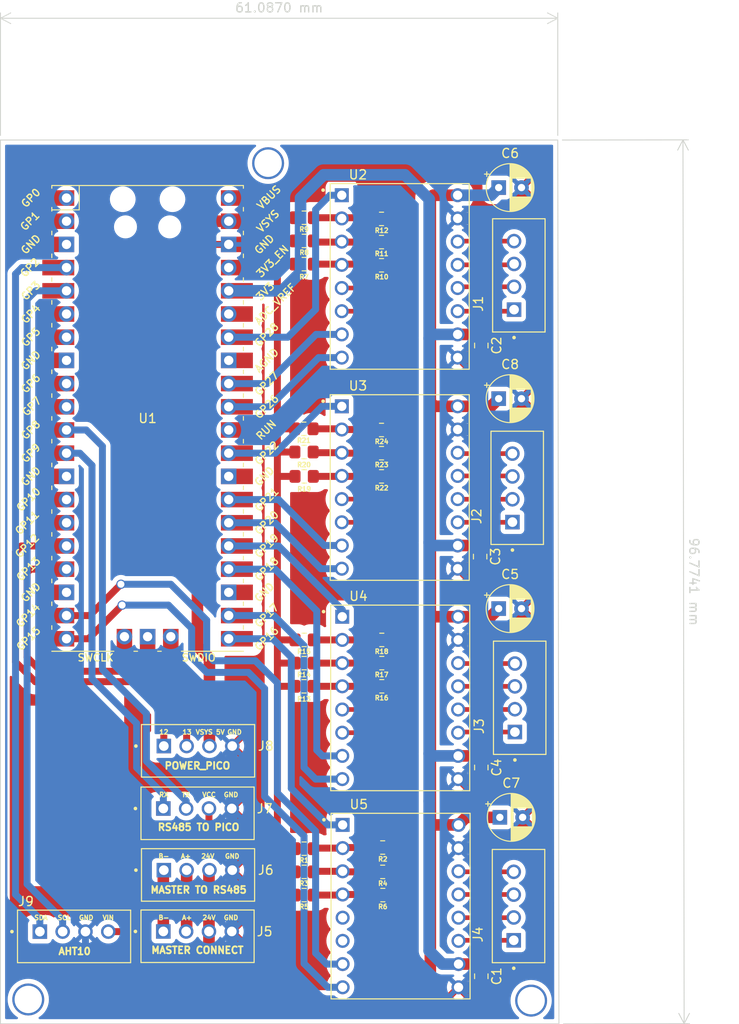
<source format=kicad_pcb>
(kicad_pcb (version 20211014) (generator pcbnew)
  (layers (0 "F.Cu" signal) (31 "B.Cu" signal) (34 "B.Paste" user) (35 "F.Paste" user) (36 "B.SilkS" user "B.Silkscreen") (37 "F.SilkS" user "F.Silkscreen") (38 "B.Mask" user) (39 "F.Mask" user) (44 "Edge.Cuts" user))
  (net 0 "")
  (net 4 "SDA")
  (net 5 "SCL")
  (net 14 "limit_ST")
  (net 15 "limit_P")
  (net 27 "3.3V")
  (net 28 "GND")
  (net 29 "5V")
  (net 30 "24V")
  (net 31 "Net-(U2-Pad5)")
  (net 32 "M1_D")
  (net 33 "M1_S")
  (net 34 "M1_E")
  (net 35 "Net-(J2-Pad1)")
  (net 36 "Net-(J2-Pad2)")
  (net 37 "Net-(J2-Pad3)")
  (net 38 "Net-(J2-Pad4)")
  (net 39 "M2_D")
  (net 40 "M2_S")
  (net 41 "M2_E")
  (net 42 "Net-(U3-Pad5)")
  (net 43 "Net-(J3-Pad1)")
  (net 44 "Net-(J3-Pad2)")
  (net 45 "Net-(J3-Pad3)")
  (net 46 "Net-(J3-Pad4)")
  (net 47 "M3_S")
  (net 48 "M3_E")
  (net 49 "Net-(U4-Pad5)")
  (net 50 "M3_D")
  (net 51 "Net-(J4-Pad1)")
  (net 52 "Net-(J4-Pad2)")
  (net 53 "Net-(J4-Pad3)")
  (net 54 "Net-(J4-Pad4)")
  (net 55 "M4_D")
  (net 56 "M4_S")
  (net 57 "M4_E")
  (net 58 "Net-(J1-Pad1)")
  (net 59 "Net-(J1-Pad2)")
  (net 60 "Net-(J1-Pad3)")
  (net 61 "Net-(J1-Pad4)")
  (net 62 "Net-(U5-Pad5)")
  (net 63 "B-")
  (net 64 "A+")
  (net 65 "RX")
  (net 66 "TX")
  (net 67 "MS1_4")
  (net 68 "MS2_4")
  (net 69 "MS3_4")
  (net 70 "MS3_1")
  (net 71 "MS2_1")
  (net 72 "MS1_1")
  (net 73 "MS3_3")
  (net 74 "MS2_3")
  (net 75 "MS1_3")
  (net 76 "MS3_2")
  (net 77 "MS2_2")
  (net 78 "MS1_2")
  (footprint "Resistor_SMD:R_0805_2012Metric_Pad1.20x1.40mm_HandSolder" (layer "F.Cu") (at 116.443 118.4275 180)
    (fp_text reference "R23")
    (fp_text value "R")
  )
  (footprint "4pin:JST_B4B-XH-A(LF)(SN)" (layer "F.Cu") (at 92.5295 157.336)
    (fp_text reference "J7")
    (fp_text value "B4B-XH-A(LF)(SN)")
  )
  (footprint "4pin:JST_B4B-XH-A(LF)(SN)" (layer "F.Cu") (at 130.9708 102.7076 90)
    (fp_text reference "J1")
    (fp_text value "B4B-XH-A(LF)(SN)")
  )
  (footprint "Resistor_SMD:R_0805_2012Metric_Pad1.20x1.40mm_HandSolder" (layer "F.Cu") (at 107.95 118.3005 180)
    (fp_text reference "R20")
    (fp_text value "R")
  )
  (footprint "Resistor_SMD:R_0805_2012Metric_Pad1.20x1.40mm_HandSolder" (layer "F.Cu") (at 107.966 166.8145 180)
    (fp_text reference "R5")
    (fp_text value "R")
  )
  (footprint "4pin:JST_B4B-XH-A(LF)(SN)" (layer "F.Cu") (at 130.793 125.974 90)
    (fp_text reference "J2")
    (fp_text value "B4B-XH-A(LF)(SN)")
  )
  (footprint "Resistor_SMD:R_0805_2012Metric_Pad1.20x1.40mm_HandSolder" (layer "F.Cu") (at 116.443 120.9675 180)
    (fp_text reference "R22")
    (fp_text value "R")
  )
  (footprint "Capacitor_SMD:C_0805_2012Metric_Pad1.18x1.45mm_HandSolder" (layer "F.Cu") (at 127.254 129.752 -90)
    (fp_text reference "C3")
    (fp_text value "C")
  )
  (footprint "Resistor_SMD:R_0805_2012Metric_Pad1.20x1.40mm_HandSolder" (layer "F.Cu") (at 116.475 141.4145 180)
    (fp_text reference "R17")
    (fp_text value "R")
  )
  (footprint "Resistor_SMD:R_0805_2012Metric_Pad1.20x1.40mm_HandSolder" (layer "F.Cu") (at 116.57 164.2745 180)
    (fp_text reference "R4")
    (fp_text value "R")
  )
  (footprint "A4988:MODULE_A4988_STEPPER_MOTOR_DRIVER_CARRIER" (layer "F.Cu") (at 118.4371 99.0727)
    (fp_text reference "U2")
    (fp_text value "A4988_STEPPER_MOTOR_DRIVER_CARRIER")
  )
  (footprint "Capacitor_THT:CP_Radial_D5.0mm_P2.50mm" (layer "F.Cu") (at 129.284349 135.4455)
    (fp_text reference "C5")
    (fp_text value "C")
  )
  (footprint "4pin:JST_B4B-XH-A(LF)(SN)" (layer "F.Cu") (at 92.583 164.084)
    (fp_text reference "J6")
    (fp_text value "B4B-XH-A(LF)(SN)")
  )
  (footprint "4pin:JST_B4B-XH-A(LF)(SN)" (layer "F.Cu") (at 92.583 150.495)
    (fp_text reference "J8")
    (fp_text value "B4B-XH-A(LF)(SN)")
  )
  (footprint "Resistor_SMD:R_0805_2012Metric_Pad1.20x1.40mm_HandSolder" (layer "F.Cu") (at 116.443 97.8535 180)
    (fp_text reference "R10")
    (fp_text value "R")
  )
  (footprint "4pin:JST_B4B-XH-A(LF)(SN)" (layer "F.Cu") (at 78.994 170.815)
    (fp_text reference "J9")
    (fp_text value "B4B-XH-A(LF)(SN)")
  )
  (footprint "A4988:MODULE_A4988_STEPPER_MOTOR_DRIVER_CARRIER" (layer "F.Cu") (at 118.533 168.0205)
    (fp_text reference "U5")
    (fp_text value "A4988_STEPPER_MOTOR_DRIVER_CARRIER")
  )
  (footprint "Capacitor_SMD:C_0805_2012Metric_Pad1.18x1.45mm_HandSolder" (layer "F.Cu") (at 127.381 106.638 -90)
    (fp_text reference "C2")
    (fp_text value "C")
  )
  (footprint "Resistor_SMD:R_0805_2012Metric_Pad1.20x1.40mm_HandSolder" (layer "F.Cu") (at 107.966 120.9675 180)
    (fp_text reference "R19")
    (fp_text value "R")
  )
  (footprint "Resistor_SMD:R_0805_2012Metric_Pad1.20x1.40mm_HandSolder" (layer "F.Cu") (at 107.966 138.8745 180)
    (fp_text reference "R15")
    (fp_text value "R")
  )
  (footprint "Resistor_SMD:R_0805_2012Metric_Pad1.20x1.40mm_HandSolder" (layer "F.Cu") (at 116.443 95.3135 180)
    (fp_text reference "R11")
    (fp_text value "R")
  )
  (footprint "A4988:MODULE_A4988_STEPPER_MOTOR_DRIVER_CARRIER" (layer "F.Cu") (at 118.4402 122.1867)
    (fp_text reference "U3")
    (fp_text value "A4988_STEPPER_MOTOR_DRIVER_CARRIER")
  )
  (footprint "Capacitor_THT:CP_Radial_D5.0mm_P2.50mm" (layer "F.Cu") (at 129.286 89.3445)
    (fp_text reference "C6")
    (fp_text value "C")
  )
  (footprint "4pin:JST_B4B-XH-A(LF)(SN)" (layer "F.Cu") (at 92.5295 170.798)
    (fp_text reference "J5")
    (fp_text value "B4B-XH-A(LF)(SN)")
  )
  (footprint "Capacitor_THT:CP_Radial_D5.0mm_P2.50mm" (layer "F.Cu") (at 129.411349 158.3055)
    (fp_text reference "C7")
    (fp_text value "C")
  )
  (footprint "Capacitor_SMD:C_0805_2012Metric_Pad1.18x1.45mm_HandSolder" (layer "F.Cu") (at 127.381 152.8445 -90)
    (fp_text reference "C4")
    (fp_text value "C")
  )
  (footprint "Capacitor_THT:CP_Radial_D5.0mm_P2.50mm" (layer "F.Cu") (at 129.284349 112.4585)
    (fp_text reference "C8")
    (fp_text value "C")
  )
  (footprint "Resistor_SMD:R_0805_2012Metric_Pad1.20x1.40mm_HandSolder" (layer "F.Cu") (at 107.934 115.7605 180)
    (fp_text reference "R21")
    (fp_text value "R")
  )
  (footprint "4pin:JST_B4B-XH-A(LF)(SN)" (layer "F.Cu") (at 131.064 148.961 90)
    (fp_text reference "J3")
    (fp_text value "B4B-XH-A(LF)(SN)")
  )
  (footprint "4pin:JST_B4B-XH-A(LF)(SN)" (layer "F.Cu") (at 130.937 171.7675 90)
    (fp_text reference "J4")
    (fp_text value "B4B-XH-A(LF)(SN)")
  )
  (footprint "Capacitor_SMD:C_0805_2012Metric_Pad1.18x1.45mm_HandSolder" (layer "F.Cu") (at 127.381 175.7045 -90)
    (fp_text reference "C1")
    (fp_text value "C")
  )
  (footprint "Resistor_SMD:R_0805_2012Metric_Pad1.20x1.40mm_HandSolder" (layer "F.Cu") (at 107.966 161.7345 180)
    (fp_text reference "R1")
    (fp_text value "R")
  )
  (footprint "Resistor_SMD:R_0805_2012Metric_Pad1.20x1.40mm_HandSolder" (layer "F.Cu") (at 116.475 143.9545 180)
    (fp_text reference "R16")
    (fp_text value "R")
  )
  (footprint "A4988:MODULE_A4988_STEPPER_MOTOR_DRIVER_CARRIER" (layer "F.Cu") (at 118.491 145.2245)
    (fp_text reference "U4")
    (fp_text value "A4988_STEPPER_MOTOR_DRIVER_CARRIER")
  )
  (footprint "Resistor_SMD:R_0805_2012Metric_Pad1.20x1.40mm_HandSolder" (layer "F.Cu") (at 116.57 161.6075 180)
    (fp_text reference "R2")
    (fp_text value "R")
  )
  (footprint "Resistor_SMD:R_0805_2012Metric_Pad1.20x1.40mm_HandSolder" (layer "F.Cu") (at 116.443 115.8875 180)
    (fp_text reference "R24")
    (fp_text value "R")
  )
  (footprint "Resistor_SMD:R_0805_2012Metric_Pad1.20x1.40mm_HandSolder" (layer "F.Cu") (at 116.475 138.8745 180)
    (fp_text reference "R18")
    (fp_text value "R")
  )
  (footprint "Resistor_SMD:R_0805_2012Metric_Pad1.20x1.40mm_HandSolder" (layer "F.Cu") (at 107.966 95.1865 180)
    (fp_text reference "R8")
    (fp_text value "R")
  )
  (footprint "Resistor_SMD:R_0805_2012Metric_Pad1.20x1.40mm_HandSolder" (layer "F.Cu") (at 107.966 92.6465 180)
    (fp_text reference "R9")
    (fp_text value "R")
  )
  (footprint "Resistor_SMD:R_0805_2012Metric_Pad1.20x1.40mm_HandSolder" (layer "F.Cu") (at 107.966 164.2745 180)
    (fp_text reference "R3")
    (fp_text value "R")
  )
  (footprint "Resistor_SMD:R_0805_2012Metric_Pad1.20x1.40mm_HandSolder" (layer "F.Cu") (at 107.966 97.7265 180)
    (fp_text reference "R7")
    (fp_text value "R")
  )
  (footprint "Resistor_SMD:R_0805_2012Metric_Pad1.20x1.40mm_HandSolder" (layer "F.Cu") (at 107.95 143.9545 180)
    (fp_text reference "R13")
    (fp_text value "R")
  )
  (footprint "Resistor_SMD:R_0805_2012Metric_Pad1.20x1.40mm_HandSolder" (layer "F.Cu") (at 116.443 92.7735 180)
    (fp_text reference "R12")
    (fp_text value "R")
  )
  (footprint "Resistor_SMD:R_0805_2012Metric_Pad1.20x1.40mm_HandSolder" (layer "F.Cu") (at 116.586 166.8145 180)
    (fp_text reference "R6")
    (fp_text value "R")
  )
  (footprint "RaspberryPi_pico:RPi_Pico_SMD_TH" (layer "F.Cu") (at 90.805 114.6175)
    (fp_text reference "U1")
    (fp_text value "Pico")
  )
  (footprint "Resistor_SMD:R_0805_2012Metric_Pad1.20x1.40mm_HandSolder" (layer "F.Cu") (at 107.966 141.4145 180)
    (fp_text reference "R14")
    (fp_text value "R")
  )
  (gr_line (start 74.676 84.1375) (end 74.676 180.9115) (layer "Edge.Cuts") (width 0.1))
  (gr_line (start 135.89 180.9115) (end 135.763 84.1375) (layer "Edge.Cuts") (width 0.1))
  (gr_line (start 74.676 180.9115) (end 135.89 180.9115) (layer "Edge.Cuts") (width 0.1))
  (gr_line (start 135.763 84.1375) (end 74.676 84.1375) (layer "Edge.Cuts") (width 0.1))
  (gr_text "SLAVE BORD CONTROLLER\n\n24 AUGUST 2022" (at 84.963 155.956 90) (layer "F.Cu") (effects (font (size 0.889 1.143) (thickness 0.1524))))
  (gr_text "EDGE LABELING" (at 79.883 155.956 90) (layer "F.Cu") (effects (font (size 1.524 1.524) (thickness 0.254))))
  (gr_text "AHT10" (at 82.804 172.974) (layer "F.SilkS") (effects (font (size 0.762 0.762) (thickness 0.1905))))
  (gr_text "B-" (at 92.583 169.291) (layer "F.SilkS") (effects (font (size 0.508 0.508) (thickness 0.127))))
  (gr_text "MASTER CONNECT" (at 96.266 172.847) (layer "F.SilkS") (effects (font (size 0.762 0.762) (thickness 0.1905))))
  (gr_text "GND\n" (at 100.33 148.971) (layer "F.SilkS") (effects (font (size 0.508 0.508) (thickness 0.127))))
  (gr_text "GND\n" (at 99.949 155.829) (layer "F.SilkS") (effects (font (size 0.508 0.508) (thickness 0.127))))
  (gr_text "VIN" (at 86.487 169.291) (layer "F.SilkS") (effects (font (size 0.508 0.508) (thickness 0.127))))
  (gr_text "12\n" (at 92.583 148.971) (layer "F.SilkS") (effects (font (size 0.508 0.508) (thickness 0.127))))
  (gr_text "MASTER TO RS485" (at 96.393 166.243) (layer "F.SilkS") (effects (font (size 0.762 0.762) (thickness 0.1905))))
  (gr_text "13" (at 95.123 148.971) (layer "F.SilkS") (effects (font (size 0.508 0.508) (thickness 0.127))))
  (gr_text "A+" (at 94.996 162.56) (layer "F.SilkS") (effects (font (size 0.508 0.508) (thickness 0.127))))
  (gr_text "24V" (at 97.409 162.56) (layer "F.SilkS") (effects (font (size 0.508 0.508) (thickness 0.127))))
  (gr_text "GND" (at 84.074 169.291) (layer "F.SilkS") (effects (font (size 0.508 0.508) (thickness 0.127))))
  (gr_text "VCC\n" (at 97.536 155.829) (layer "F.SilkS") (effects (font (size 0.508 0.508) (thickness 0.127))))
  (gr_text "RX\n" (at 92.583 155.829) (layer "F.SilkS") (effects (font (size 0.508 0.508) (thickness 0.127))))
  (gr_text "GND" (at 99.949 169.291) (layer "F.SilkS") (effects (font (size 0.508 0.508) (thickness 0.127))))
  (gr_text "VSYS 5V\n" (at 97.663 148.971) (layer "F.SilkS") (effects (font (size 0.508 0.508) (thickness 0.127))))
  (gr_text "SCL\n" (at 81.661 169.291) (layer "F.SilkS") (effects (font (size 0.508 0.508) (thickness 0.127))))
  (gr_text "TX\n" (at 94.996 155.829) (layer "F.SilkS") (effects (font (size 0.508 0.508) (thickness 0.127))))
  (gr_text "SDA\n" (at 79.121 169.291) (layer "F.SilkS") (effects (font (size 0.508 0.508) (thickness 0.127))))
  (gr_text "B-" (at 92.583 162.56) (layer "F.SilkS") (effects (font (size 0.508 0.508) (thickness 0.127))))
  (gr_text "POWER_PICO" (at 96.266 152.654) (layer "F.SilkS") (effects (font (size 0.762 0.762) (thickness 0.1905))))
  (gr_text "GND" (at 100.076 162.56) (layer "F.SilkS") (effects (font (size 0.508 0.508) (thickness 0.127))))
  (gr_text "A+" (at 95.123 169.291) (layer "F.SilkS") (effects (font (size 0.508 0.508) (thickness 0.127))))
  (gr_text "24V" (at 97.536 169.291) (layer "F.SilkS") (effects (font (size 0.508 0.508) (thickness 0.127))))
  (gr_text "RS485 TO PICO" (at 96.393 159.385) (layer "F.SilkS") (effects (font (size 0.762 0.762) (thickness 0.1905))))
  (dimension (type aligned) (layer "Edge.Cuts") (pts (xy 135.763 84.1375) (xy 135.89 180.9115)) (height -13.723154) (gr_text "3.8100 in" (at 150.699641 132.504982 270.0751913) (layer "Edge.Cuts") (effects (font (size 1 1) (thickness 0.15)))) (format (units 3) (units_format 1) (precision 4)) (style (thickness 0.1) (arrow_length 1.27) (text_position_mode 0) (extension_height 0.58642) (extension_offset 0.5) keep_text_aligned))
  (dimension (type aligned) (layer "Edge.Cuts") (pts (xy 135.763 84.1375) (xy 74.676 84.1375)) (height 13.334999) (gr_text "2.4050 in" (at 105.2195 69.652501) (layer "Edge.Cuts") (effects (font (size 1 1) (thickness 0.15)))) (format (units 3) (units_format 1) (precision 4)) (style (thickness 0.1) (arrow_length 1.27) (text_position_mode 0) (extension_height 0.58642) (extension_offset 0.5) keep_text_aligned))
  (via (at 77.724 178.2445) (size 3.500001) (drill 2.999999) (layers "F.Cu" "B.Cu") (net 0))
  (via (at 104.013 86.6775) (size 3.500001) (drill 2.999999) (layers "F.Cu" "B.Cu") (net 0))
  (via (at 132.842 178.3715) (size 3.500001) (drill 2.999999) (layers "F.Cu" "B.Cu") (net 0))
  (segment (start 78.994 169.418) (end 78.994 170.815) (width 0.762) (layer "B.Cu") (net 4))
  (segment (start 76.327 98.806) (end 76.327 166.751) (width 0.762) (layer "B.Cu") (net 4))
  (segment (start 77.0255 98.1075) (end 76.327 98.806) (width 0.762) (layer "B.Cu") (net 4))
  (segment (start 76.327 166.751) (end 78.994 169.418) (width 0.762) (layer "B.Cu") (net 4))
  (segment (start 81.915 98.1075) (end 77.0255 98.1075) (width 0.762) (layer "B.Cu") (net 4))
  (segment (start 78.5495 100.6475) (end 81.915 100.6475) (width 0.762) (layer "B.Cu") (net 5))
  (segment (start 77.597 101.6) (end 78.5495 100.6475) (width 0.762) (layer "B.Cu") (net 5))
  (segment (start 81.494 170.815) (end 81.494 169.505) (width 0.762) (layer "B.Cu") (net 5))
  (segment (start 81.494 169.505) (end 77.597 165.608) (width 0.762) (layer "B.Cu") (net 5))
  (segment (start 77.597 165.608) (end 77.597 101.6) (width 0.762) (layer "B.Cu") (net 5))
  (segment (start 76.327 141.2875) (end 76.327 129.2225) (width 0.762) (layer "F.Cu") (net 14))
  (segment (start 92.583 146.431) (end 92.583 150.495) (width 0.762) (layer "F.Cu") (net 14))
  (segment (start 89.5985 143.4465) (end 78.486 143.4465) (width 0.762) (layer "F.Cu") (net 14))
  (segment (start 92.583 146.431) (end 89.5985 143.4465) (width 0.762) (layer "F.Cu") (net 14))
  (segment (start 78.486 143.4465) (end 76.327 141.2875) (width 0.762) (layer "F.Cu") (net 14))
  (segment (start 76.327 129.2225) (end 76.962 128.5875) (width 0.762) (layer "F.Cu") (net 14))
  (segment (start 76.962 128.5875) (end 81.915 128.5875) (width 0.762) (layer "F.Cu") (net 14))
  (segment (start 77.597 131.5085) (end 77.978 131.1275) (width 0.762) (layer "F.Cu") (net 15))
  (segment (start 92.0115 142.3035) (end 79.121 142.3035) (width 0.762) (layer "F.Cu") (net 15))
  (segment (start 95.083 145.375) (end 92.0115 142.3035) (width 0.762) (layer "F.Cu") (net 15))
  (segment (start 79.121 142.3035) (end 77.597 140.7795) (width 0.762) (layer "F.Cu") (net 15))
  (segment (start 95.083 145.375) (end 95.083 150.495) (width 0.762) (layer "F.Cu") (net 15))
  (segment (start 77.978 131.1275) (end 81.915 131.1275) (width 0.762) (layer "F.Cu") (net 15))
  (segment (start 77.597 140.7795) (end 77.597 131.5085) (width 0.762) (layer "F.Cu") (net 15))
  (segment (start 124.7902 128.5367) (end 127.0762 128.5367) (width 1.27) (layer "F.Cu") (net 27))
  (segment (start 105.029 121.0945) (end 105.029 118.5545) (width 0.762) (layer "F.Cu") (net 27))
  (segment (start 105.029 164.2745) (end 106.966 164.2745) (width 0.762) (layer "F.Cu") (net 27))
  (segment (start 105.283 143.9545) (end 105.029 144.2085) (width 0.762) (layer "F.Cu") (net 27))
  (segment (start 106.966 138.8745) (end 105.283 138.8745) (width 0.762) (layer "F.Cu") (net 27))
  (segment (start 105.029 164.2745) (end 105.029 163.3855) (width 0.762) (layer "F.Cu") (net 27))
  (segment (start 106.966 141.4145) (end 105.029 141.4145) (width 0.762) (layer "F.Cu") (net 27))
  (segment (start 105.029 141.4145) (end 105.029 139.1285) (width 0.762) (layer "F.Cu") (net 27))
  (segment (start 105.029 100.5205) (end 104.902 100.6475) (width 0.762) (layer "F.Cu") (net 27))
  (segment (start 106.934 115.7605) (end 105.029 115.7605) (width 0.762) (layer "F.Cu") (net 27))
  (segment (start 105.029 160.401) (end 105.029 144.2085) (width 0.762) (layer "F.Cu") (net 27))
  (segment (start 106.966 95.1865) (end 105.156 95.1865) (width 0.762) (layer "F.Cu") (net 27))
  (segment (start 97.5295 157.336) (end 97.5295 160.1405) (width 0.762) (layer "F.Cu") (net 27))
  (segment (start 104.902 160.528) (end 105.029 160.401) (width 0.762) (layer "F.Cu") (net 27))
  (segment (start 127.1485 151.5745) (end 127.381 151.807) (width 1.27) (layer "F.Cu") (net 27))
  (segment (start 105.029 95.0595) (end 105.029 92.5195) (width 0.762) (layer "F.Cu") (net 27))
  (segment (start 104.902 100.6475) (end 99.695 100.6475) (width 0.762) (layer "F.Cu") (net 27))
  (segment (start 105.283 138.8745) (end 105.029 139.1285) (width 0.762) (layer "F.Cu") (net 27))
  (segment (start 105.029 161.7345) (end 106.966 161.7345) (width 0.762) (layer "F.Cu") (net 27))
  (segment (start 105.156 120.9675) (end 105.029 121.0945) (width 0.762) (layer "F.Cu") (net 27))
  (segment (start 105.029 163.3855) (end 105.029 162.8775) (width 0.762) (layer "F.Cu") (net 27))
  (segment (start 89.916 162.052) (end 91.44 160.528) (width 0.762) (layer "F.Cu") (net 27))
  (segment (start 124.841 151.5745) (end 127.1485 151.5745) (width 1.27) (layer "F.Cu") (net 27))
  (segment (start 102.87 160.528) (end 97.917 160.528) (width 0.762) (layer "F.Cu") (net 27))
  (segment (start 91.44 160.528) (end 97.917 160.528) (width 0.762) (layer "F.Cu") (net 27))
  (segment (start 124.883 174.3705) (end 127.0845 174.3705) (width 1.27) (layer "F.Cu") (net 27))
  (segment (start 105.029 166.8145) (end 105.029 164.2745) (width 0.762) (layer "F.Cu") (net 27))
  (segment (start 105.029 118.5545) (end 105.029 115.7605) (width 0.762) (layer "F.Cu") (net 27))
  (segment (start 105.029 144.2085) (end 105.029 141.4145) (width 0.762) (layer "F.Cu") (net 27))
  (segment (start 127.0845 174.3705) (end 127.381 174.667) (width 1.27) (layer "F.Cu") (net 27))
  (segment (start 103.8225 160.528) (end 102.87 160.528) (width 0.762) (layer "F.Cu") (net 27))
  (segment (start 105.283 118.3005) (end 105.029 118.5545) (width 0.762) (layer "F.Cu") (net 27))
  (segment (start 102.87 160.528) (end 104.902 160.528) (width 0.762) (layer "F.Cu") (net 27))
  (segment (start 86.494 170.815) (end 88.773 170.815) (width 0.762) (layer "F.Cu") (net 27))
  (segment (start 106.966 97.7265) (end 105.029 97.7265) (width 0.762) (layer "F.Cu") (net 27))
  (segment (start 127.2032 105.4227) (end 127.381 105.6005) (width 1.27) (layer "F.Cu") (net 27))
  (segment (start 106.95 118.3005) (end 105.283 118.3005) (width 0.762) (layer "F.Cu") (net 27))
  (segment (start 106.839 92.5195) (end 105.029 92.5195) (width 0.762) (layer "F.Cu") (net 27))
  (segment (start 105.029 162.8775) (end 105.029 161.7345) (width 0.762) (layer "F.Cu") (net 27))
  (segment (start 105.029 100.5205) (end 105.029 97.7265) (width 0.762) (layer "F.Cu") (net 27))
  (segment (start 106.966 92.6465) (end 106.839 92.5195) (width 0.762) (layer "F.Cu") (net 27))
  (segment (start 105.029 115.7605) (end 105.029 100.5205) (width 0.762) (layer "F.Cu") (net 27))
  (segment (start 88.773 170.815) (end 89.916 169.672) (width 0.762) (layer "F.Cu") (net 27))
  (segment (start 124.7871 105.4227) (end 127.2032 105.4227) (width 1.27) (layer "F.Cu") (net 27))
  (segment (start 105.029 161.7345) (end 105.029 160.401) (width 0.762) (layer "F.Cu") (net 27))
  (segment (start 127.0762 128.5367) (end 127.254 128.7145) (width 1.27) (layer "F.Cu") (net 27))
  (segment (start 106.966 166.8145) (end 105.029 166.8145) (width 0.762) (layer "F.Cu") (net 27))
  (segment (start 105.156 95.1865) (end 105.029 95.0595) (width 0.762) (layer "F.Cu") (net 27))
  (segment (start 106.966 120.9675) (end 105.156 120.9675) (width 0.762) (layer "F.Cu") (net 27))
  (segment (start 89.916 169.672) (end 89.916 162.052) (width 0.762) (layer "F.Cu") (net 27))
  (segment (start 106.95 143.9545) (end 105.283 143.9545) (width 0.762) (layer "F.Cu") (net 27))
  (segment (start 105.029 139.1285) (end 105.029 121.0945) (width 0.762) (layer "F.Cu") (net 27))
  (segment (start 105.029 97.7265) (end 105.029 95.0595) (width 0.762) (layer "F.Cu") (net 27))
  (segment (start 121.666 90.6145) (end 118.999 87.9475) (width 1.27) (layer "B.Cu") (net 27))
  (segment (start 121.666 151.3205) (end 121.666 128.2065) (width 1.27) (layer "B.Cu") (net 27))
  (segment (start 121.666 105.8545) (end 121.666 90.6145) (width 1.27) (layer "B.Cu") (net 27))
  (segment (start 124.7871 105.4227) (end 122.0978 105.4227) (width 1.27) (layer "B.Cu") (net 27))
  (segment (start 124.7902 128.5367) (end 121.9962 128.5367) (width 1.27) (layer "B.Cu") (net 27))
  (segment (start 123.126 174.3705) (end 124.883 174.3705) (width 1.27) (layer "B.Cu") (net 27))
  (segment (start 121.666 156.5275) (end 121.666 172.9105) (width 1.27) (layer "B.Cu") (net 27))
  (segment (start 107.569 98.6155) (end 105.537 100.6475) (width 1.27) (layer "B.Cu") (net 27))
  (segment (start 121.92 151.5745) (end 121.666 151.3205) (width 1.27) (layer "B.Cu") (net 27))
  (segment (start 122.0978 105.4227) (end 121.666 105.8545) (width 1.27) (layer "B.Cu") (net 27))
  (segment (start 121.666 156.5275) (end 121.666 151.3205) (width 1.27) (layer "B.Cu") (net 27))
  (segment (start 107.569 90.4875) (end 107.569 98.6155) (width 1.27) (layer "B.Cu") (net 27))
  (segment (start 121.666 172.9105) (end 123.126 174.3705) (width 1.27) (layer "B.Cu") (net 27))
  (segment (start 124.841 151.5745) (end 121.92 151.5745) (width 1.27) (layer "B.Cu") (net 27))
  (segment (start 121.666 128.2065) (end 121.666 105.8545) (width 1.27) (layer "B.Cu") (net 27))
  (segment (start 110.109 87.9475) (end 107.569 90.4875) (width 1.27) (layer "B.Cu") (net 27))
  (segment (start 105.537 100.6475) (end 99.695 100.6475) (width 1.27) (layer "B.Cu") (net 27))
  (segment (start 118.999 87.9475) (end 110.109 87.9475) (width 1.27) (layer "B.Cu") (net 27))
  (segment (start 121.9962 128.5367) (end 121.666 128.2065) (width 1.27) (layer "B.Cu") (net 27))
  (segment (start 117.443 97.8535) (end 119.253 97.8535) (width 0.762) (layer "F.Cu") (net 28))
  (segment (start 119.507 118.1735) (end 119.507 115.7605) (width 0.762) (layer "F.Cu") (net 28))
  (segment (start 117.443 118.4275) (end 119.253 118.4275) (width 0.762) (layer "F.Cu") (net 28))
  (segment (start 131.786 91.5435) (end 131.786 89.3445) (width 1.27) (layer "F.Cu") (net 28))
  (segment (start 127.2125 176.9105) (end 127.381 176.742) (width 0.508) (layer "F.Cu") (net 28))
  (segment (start 119.507 164.2745) (end 119.507 166.8145) (width 0.762) (layer "F.Cu") (net 28))
  (segment (start 124.7902 115.8367) (end 130.3528 115.8367) (width 1.27) (layer "F.Cu") (net 28))
  (segment (start 124.841 154.1145) (end 127.1485 154.1145) (width 1.27) (layer "F.Cu") (net 28))
  (segment (start 117.443 120.9675) (end 119.38 120.9675) (width 0.762) (layer "F.Cu") (net 28))
  (segment (start 117.475 141.4145) (end 119.507 141.4145) (width 0.762) (layer "F.Cu") (net 28))
  (segment (start 103.632 91.2495) (end 103.632 94.6785) (width 0.762) (layer "F.Cu") (net 28))
  (segment (start 130.62 161.6705) (end 131.911349 160.379151) (width 1.27) (layer "F.Cu") (net 28))
  (segment (start 131.911349 160.379151) (end 131.911349 158.3055) (width 1.27) (layer "F.Cu") (net 28))
  (segment (start 119.507 88.3285) (end 106.553 88.3285) (width 0.762) (layer "F.Cu") (net 28))
  (segment (start 130.302 138.8745) (end 131.784349 137.392151) (width 1.27) (layer "F.Cu") (net 28))
  (segment (start 124.7902 131.0767) (end 126.9668 131.0767) (width 1.27) (layer "F.Cu") (net 28))
  (segment (start 131.784349 137.392151) (end 131.784349 135.4455) (width 1.27) (layer "F.Cu") (net 28))
  (segment (start 119.507 161.6075) (end 119.507 141.4145) (width 0.762) (layer "F.Cu") (net 28))
  (segment (start 124.883 161.6705) (end 130.62 161.6705) (width 1.27) (layer "F.Cu") (net 28))
  (segment (start 127.0938 107.9627) (end 127.381 107.6755) (width 1.27) (layer "F.Cu") (net 28))
  (segment (start 119.507 161.6075) (end 119.507 164.2745) (width 0.762) (layer "F.Cu") (net 28))
  (segment (start 99.695 95.5675) (end 102.743 95.5675) (width 0.762) (layer "F.Cu") (net 28))
  (segment (start 119.507 88.3285) (end 126.238 88.3285) (width 0.762) (layer "F.Cu") (net 28))
  (segment (start 117.443 95.3135) (end 119.507 95.3135) (width 0.762) (layer "F.Cu") (net 28))
  (segment (start 119.507 115.7605) (end 119.507 97.5995) (width 0.762) (layer "F.Cu") (net 28))
  (segment (start 106.553 88.3285) (end 103.632 91.2495) (width 0.762) (layer "F.Cu") (net 28))
  (segment (start 119.253 97.8535) (end 119.507 97.5995) (width 0.762) (layer "F.Cu") (net 28))
  (segment (start 117.475 138.8745) (end 119.507 138.8745) (width 0.762) (layer "F.Cu") (net 28))
  (segment (start 119.507 138.8745) (end 119.507 121.0945) (width 0.762) (layer "F.Cu") (net 28))
  (segment (start 102.743 95.5675) (end 103.632 94.6785) (width 0.762) (layer "F.Cu") (net 28))
  (segment (start 126.7968 92.7227) (end 130.6068 92.7227) (width 1.27) (layer "F.Cu") (net 28))
  (segment (start 119.507 121.0945) (end 119.507 118.1735) (width 0.762) (layer "F.Cu") (net 28))
  (segment (start 119.507 92.7735) (end 119.507 88.3285) (width 0.762) (layer "F.Cu") (net 28))
  (segment (start 124.883012 176.910492) (end 127.212496 176.910492) (width 1.27) (layer "F.Cu") (net 28))
  (segment (start 119.507 97.5995) (end 119.507 95.3135) (width 0.762) (layer "F.Cu") (net 28))
  (segment (start 124.841 138.8745) (end 130.302 138.8745) (width 1.27) (layer "F.Cu") (net 28))
  (segment (start 119.38 120.9675) (end 119.507 121.0945) (width 0.762) (layer "F.Cu") (net 28))
  (segment (start 119.253 118.4275) (end 119.507 118.1735) (width 0.762) (layer "F.Cu") (net 28))
  (segment (start 127.127 92.3925) (end 126.7968 92.7227) (width 0.762) (layer "F.Cu") (net 28))
  (segment (start 117.57 164.2745) (end 119.507 164.2745) (width 0.762) (layer "F.Cu") (net 28))
  (segment (start 119.507 166.8145) (end 117.586 166.8145) (width 0.762) (layer "F.Cu") (net 28))
  (segment (start 117.57 161.6075) (end 119.507 161.6075) (width 0.762) (layer "F.Cu") (net 28))
  (segment (start 130.6068 92.7227) (end 131.786 91.5435) (width 1.27) (layer "F.Cu") (net 28))
  (segment (start 124.7871 107.9627) (end 127.0938 107.9627) (width 1.27) (layer "F.Cu") (net 28))
  (segment (start 119.38 115.8875) (end 119.507 115.7605) (width 0.762) (layer "F.Cu") (net 28))
  (segment (start 119.507 95.3135) (end 119.507 92.7735) (width 0.762) (layer "F.Cu") (net 28))
  (segment (start 126.238 88.3285) (end 127.127 89.2175) (width 0.762) (layer "F.Cu") (net 28))
  (segment (start 117.443 115.8875) (end 119.38 115.8875) (width 0.762) (layer "F.Cu") (net 28))
  (segment (start 127.127 89.2175) (end 127.127 92.3925) (width 0.762) (layer "F.Cu") (net 28))
  (segment (start 127.1485 154.1145) (end 127.381 153.882) (width 1.27) (layer "F.Cu") (net 28))
  (segment (start 124.7871 92.7227) (end 126.7968 92.7227) (width 1.27) (layer "F.Cu") (net 28))
  (segment (start 131.784349 114.405151) (end 131.784349 112.4585) (width 1.27) (layer "F.Cu") (net 28))
  (segment (start 130.3528 115.8367) (end 131.784349 114.405151) (width 1.27) (layer "F.Cu") (net 28))
  (segment (start 119.507 92.7735) (end 117.443 92.7735) (width 0.762) (layer "F.Cu") (net 28))
  (segment (start 119.507 141.4145) (end 119.507 138.8745) (width 0.762) (layer "F.Cu") (net 28))
  (segment (start 125.0515 176.742) (end 124.883 176.9105) (width 0.508) (layer "F.Cu") (net 28))
  (segment (start 124.7902 115.8367) (end 127.4318 115.8367) (width 1.27) (layer "B.Cu") (net 28))
  (segment (start 127.3302 92.7227) (end 127.381 92.7735) (width 1.27) (layer "B.Cu") (net 28))
  (segment (start 84.5015 172.8935) (end 100.0295 172.8935) (width 0.762) (layer "B.Cu") (net 28))
  (segment (start 127.508 115.7605) (end 127.508 130.7465) (width 1.27) (layer "B.Cu") (net 28))
  (segment (start 124.841 154.1145) (end 127.381 154.1145) (width 1.27) (layer "B.Cu") (net 28))
  (segment (start 127.4318 115.8367) (end 127.508 115.7605) (width 1.27) (layer "B.Cu") (net 28))
  (segment (start 127.381 154.1145) (end 127.508 154.2415) (width 1.27) (layer "B.Cu") (net 28))
  (segment (start 83.994 172.386) (end 84.5015 172.8935) (width 0.762) (layer "B.Cu") (net 28))
  (segment (start 124.883 176.9105) (end 127.064 176.9105) (width 1.27) (layer "B.Cu") (net 28))
  (segment (start 124.7871 107.9627) (end 127.0508 107.9627) (width 1.27) (layer "B.Cu") (net 28))
  (segment (start 127.127 138.8745) (end 127.508 139.2555) (width 1.27) (layer "B.Cu") (net 28))
  (segment (start 127.508 130.7465) (end 127.508 139.2555) (width 1.27) (layer "B.Cu") (net 28))
  (segment (start 127.508 176.4665) (end 127.508 175.0695) (width 1.27) (layer "B.Cu") (net 28))
  (segment (start 124.883 161.6705) (end 127.191 161.6705) (width 1.27) (layer "B.Cu") (net 28))
  (segment (start 127.508 161.3535) (end 127.508 175.0695) (width 1.27) (layer "B.Cu") (net 28))
  (segment (start 124.7902 131.0767) (end 127.1778 131.0767) (width 1.27) (layer "B.Cu") (net 28))
  (segment (start 127.1778 131.0767) (end 127.508 130.7465) (width 1.27) (layer "B.Cu") (net 28))
  (segment (start 100.0295 170.798) (end 100.0295 150.5485) (width 1.27) (layer "B.Cu") (net 28))
  (segment (start 100.0295 170.798) (end 100.0295 172.8935) (width 1.27) (layer "B.Cu") (net 28))
  (segment (start 127.508 154.2415) (end 127.508 161.3535) (width 1.27) (layer "B.Cu") (net 28))
  (segment (start 127.508 139.2555) (end 127.508 154.2415) (width 1.27) (layer "B.Cu") (net 28))
  (segment (start 100.0295 164.1375) (end 100.083 164.084) (width 1.27) (layer "B.Cu") (net 28))
  (segment (start 126.619 179.0065) (end 127.508 178.1175) (width 1.27) (layer "B.Cu") (net 28))
  (segment (start 100.0295 172.8935) (end 100.0295 176.7375) (width 1.27) (layer "B.Cu") (net 28))
  (segment (start 127.0508 107.9627) (end 127.508 107.5055) (width 1.27) (layer "B.Cu") (net 28))
  (segment (start 127.191 161.6705) (end 127.508 161.3535) (width 1.27) (layer "B.Cu") (net 28))
  (segment (start 127.508 107.5055) (end 127.508 115.7605) (width 1.27) (layer "B.Cu") (net 28))
  (segment (start 127.064 176.9105) (end 127.508 176.4665) (width 1.27) (layer "B.Cu") (net 28))
  (segment (start 102.2985 179.0065) (end 126.619 179.0065) (width 1.27) (layer "B.Cu") (net 28))
  (segment (start 127.508 178.1175) (end 127.508 176.4665) (width 1.27) (layer "B.Cu") (net 28))
  (segment (start 127.3302 92.7227) (end 124.7871 92.7227) (width 1.27) (layer "B.Cu") (net 28))
  (segment (start 100.0295 150.5485) (end 100.083 150.495) (width 1.27) (layer "B.Cu") (net 28))
  (segment (start 83.994 170.815) (end 83.994 172.386) (width 0.762) (layer "B.Cu") (net 28))
  (segment (start 100.0295 164.0305) (end 100.083 164.084) (width 1.27) (layer "B.Cu") (net 28))
  (segment (start 127.508 92.9005) (end 127.3302 92.7227) (width 1.27) (layer "B.Cu") (net 28))
  (segment (start 100.0295 176.7375) (end 102.2985 179.0065) (width 1.27) (layer "B.Cu") (net 28))
  (segment (start 127.508 92.9005) (end 127.508 107.5055) (width 1.27) (layer "B.Cu") (net 28))
  (segment (start 124.841 138.8745) (end 127.127 138.8745) (width 1.27) (layer "B.Cu") (net 28))
  (segment (start 97.583 150.495) (end 97.583 140.89) (width 1.27) (layer "F.Cu") (net 29))
  (segment (start 96.266 94.5515) (end 96.266 139.573) (width 1.27) (layer "F.Cu") (net 29))
  (segment (start 97.583 140.89) (end 96.266 139.573) (width 1.27) (layer "F.Cu") (net 29))
  (segment (start 99.695 93.0275) (end 97.79 93.0275) (width 1.27) (layer "F.Cu") (net 29))
  (segment (start 97.79 93.0275) (end 96.266 94.5515) (width 1.27) (layer "F.Cu") (net 29))
  (segment (start 125.708 158.3055) (end 124.883 159.1305) (width 1.27) (layer "F.Cu") (net 30))
  (segment (start 121.793 112.8395) (end 121.793 90.4875) (width 1.27) (layer "F.Cu") (net 30))
  (segment (start 121.793 157.6705) (end 121.793 159.3215) (width 1.27) (layer "F.Cu") (net 30))
  (segment (start 124.7871 90.1827) (end 122.0978 90.1827) (width 1.27) (layer "F.Cu") (net 30))
  (segment (start 124.841 136.3345) (end 128.395349 136.3345) (width 1.27) (layer "F.Cu") (net 30))
  (segment (start 121.793 157.6705) (end 121.793 136.3345) (width 1.27) (layer "F.Cu") (net 30))
  (segment (start 122.2502 113.2967) (end 121.793 112.8395) (width 1.27) (layer "F.Cu") (net 30))
  (segment (start 121.984 159.1305) (end 124.883 159.1305) (width 1.27) (layer "F.Cu") (net 30))
  (segment (start 97.5295 177.2855) (end 97.5295 170.798) (width 1.27) (layer "F.Cu") (net 30))
  (segment (start 122.0978 90.1827) (end 121.793 90.4875) (width 1.27) (layer "F.Cu") (net 30))
  (segment (start 121.793 159.3215) (end 121.984 159.1305) (width 1.27) (layer "F.Cu") (net 30))
  (segment (start 121.793 136.3345) (end 121.793 112.8395) (width 1.27) (layer "F.Cu") (net 30))
  (segment (start 128.395349 136.3345) (end 129.284349 135.4455) (width 1.27) (layer "F.Cu") (net 30))
  (segment (start 120.777 178.8795) (end 121.793 177.8635) (width 1.27) (layer "F.Cu") (net 30))
  (segment (start 97.5295 170.798) (end 97.5295 164.1375) (width 1.27) (layer "F.Cu") (net 30))
  (segment (start 124.7902 113.2967) (end 122.2502 113.2967) (width 1.27) (layer "F.Cu") (net 30))
  (segment (start 97.5295 164.1375) (end 97.583 164.084) (width 1.27) (layer "F.Cu") (net 30))
  (segment (start 99.1235 178.8795) (end 97.5295 177.2855) (width 1.27) (layer "F.Cu") (net 30))
  (segment (start 121.793 177.8635) (end 121.793 159.3215) (width 1.27) (layer "F.Cu") (net 30))
  (segment (start 124.7902 113.2967) (end 128.446149 113.2967) (width 1.27) (layer "F.Cu") (net 30))
  (segment (start 128.446149 113.2967) (end 129.284349 112.4585) (width 1.27) (layer "F.Cu") (net 30))
  (segment (start 124.841 136.3345) (end 121.793 136.3345) (width 1.27) (layer "F.Cu") (net 30))
  (segment (start 99.1235 178.8795) (end 120.777 178.8795) (width 1.27) (layer "F.Cu") (net 30))
  (segment (start 129.411349 158.3055) (end 125.708 158.3055) (width 1.27) (layer "F.Cu") (net 30))
  (segment (start 128.4478 90.1827) (end 129.286 89.3445) (width 1.27) (layer "B.Cu") (net 30))
  (segment (start 124.7871 90.1827) (end 128.4478 90.1827) (width 1.27) (layer "B.Cu") (net 30))
  (segment (start 113.5634 100.3427) (end 112.0871 100.3427) (width 0.508) (layer "F.Cu") (net 31))
  (segment (start 113.8174 102.6795) (end 113.8174 100.5967) (width 0.508) (layer "F.Cu") (net 31))
  (segment (start 113.8174 100.5967) (end 113.5634 100.3427) (width 0.508) (layer "F.Cu") (net 31))
  (segment (start 112.0871 102.8827) (end 113.6142 102.8827) (width 0.508) (layer "F.Cu") (net 31))
  (segment (start 113.6142 102.8827) (end 113.8174 102.6795) (width 0.508) (layer "F.Cu") (net 31))
  (segment (start 99.695 113.3475) (end 104.1654 113.3475) (width 0.762) (layer "B.Cu") (net 32))
  (segment (start 109.5502 107.9627) (end 112.0871 107.9627) (width 0.762) (layer "B.Cu") (net 32))
  (segment (start 104.1654 113.3475) (end 109.5502 107.9627) (width 0.762) (layer "B.Cu") (net 32))
  (segment (start 99.695 110.8075) (end 103.886 110.8075) (width 0.762) (layer "B.Cu") (net 33))
  (segment (start 109.2708 105.4227) (end 112.0871 105.4227) (width 0.762) (layer "B.Cu") (net 33))
  (segment (start 103.886 110.8075) (end 109.2708 105.4227) (width 0.762) (layer "B.Cu") (net 33))
  (segment (start 106.172 105.7275) (end 99.695 105.7275) (width 0.762) (layer "B.Cu") (net 34))
  (segment (start 110.7948 90.1827) (end 109.22 91.7575) (width 0.762) (layer "B.Cu") (net 34))
  (segment (start 112.0871 90.1827) (end 110.7948 90.1827) (width 0.762) (layer "B.Cu") (net 34))
  (segment (start 109.22 91.7575) (end 109.22 102.6795) (width 0.762) (layer "B.Cu") (net 34))
  (segment (start 109.22 102.6795) (end 106.172 105.7275) (width 0.762) (layer "B.Cu") (net 34))
  (segment (start 130.7703 125.9967) (end 130.793 125.974) (width 0.508) (layer "F.Cu") (net 35))
  (segment (start 124.7902 125.9967) (end 130.7703 125.9967) (width 0.508) (layer "F.Cu") (net 35))
  (segment (start 130.793 123.474) (end 124.8075 123.474) (width 0.508) (layer "F.Cu") (net 36))
  (segment (start 124.8075 123.474) (end 124.7902 123.4567) (width 0.508) (layer "F.Cu") (net 36))
  (segment (start 124.7902 120.9167) (end 130.7357 120.9167) (width 0.508) (layer "F.Cu") (net 37))
  (segment (start 130.7357 120.9167) (end 130.793 120.974) (width 0.508) (layer "F.Cu") (net 37))
  (segment (start 124.8875 118.474) (end 124.7902 118.3767) (width 0.508) (layer "F.Cu") (net 38))
  (segment (start 130.793 118.474) (end 124.8875 118.474) (width 0.508) (layer "F.Cu") (net 38))
  (segment (start 109.8042 131.0767) (end 112.0902 131.0767) (width 0.762) (layer "B.Cu") (net 39))
  (segment (start 99.695 126.0475) (end 104.775 126.0475) (width 0.762) (layer "B.Cu") (net 39))
  (segment (start 104.775 126.0475) (end 109.8042 131.0767) (width 0.762) (layer "B.Cu") (net 39))
  (segment (start 112.0902 128.5367) (end 110.1852 128.5367) (width 0.762) (layer "B.Cu") (net 40))
  (segment (start 105.156 123.5075) (end 99.695 123.5075) (width 0.762) (layer "B.Cu") (net 40))
  (segment (start 110.1852 128.5367) (end 105.156 123.5075) (width 0.762) (layer "B.Cu") (net 40))
  (segment (start 99.695 118.4275) (end 104.8004 118.4275) (width 0.762) (layer "B.Cu") (net 41))
  (segment (start 109.9312 113.2967) (end 112.0902 113.2967) (width 0.762) (layer "B.Cu") (net 41))
  (segment (start 104.8004 118.4275) (end 109.9312 113.2967) (width 0.762) (layer "B.Cu") (net 41))
  (segment (start 113.8428 125.9967) (end 114.046 125.7935) (width 0.508) (layer "F.Cu") (net 42))
  (segment (start 113.8428 123.4567) (end 112.0902 123.4567) (width 0.508) (layer "F.Cu") (net 42))
  (segment (start 114.046 123.6599) (end 113.8428 123.4567) (width 0.508) (layer "F.Cu") (net 42))
  (segment (start 114.046 125.7935) (end 114.046 123.6599) (width 0.508) (layer "F.Cu") (net 42))
  (segment (start 112.0902 125.9967) (end 113.8428 125.9967) (width 0.508) (layer "F.Cu") (net 42))
  (segment (start 124.9145 148.961) (end 124.841 149.0345) (width 0.508) (layer "F.Cu") (net 43))
  (segment (start 131.064 148.961) (end 124.9145 148.961) (width 0.508) (layer "F.Cu") (net 43))
  (segment (start 131.0305 146.4945) (end 131.064 146.461) (width 0.508) (layer "F.Cu") (net 44))
  (segment (start 124.841 146.4945) (end 131.0305 146.4945) (width 0.508) (layer "F.Cu") (net 44))
  (segment (start 124.8475 143.961) (end 124.841 143.9545) (width 0.508) (layer "F.Cu") (net 45))
  (segment (start 131.064 143.961) (end 124.8475 143.961) (width 0.508) (layer "F.Cu") (net 45))
  (segment (start 124.8875 141.461) (end 124.841 141.4145) (width 0.508) (layer "F.Cu") (net 46))
  (segment (start 131.064 141.461) (end 124.8875 141.461) (width 0.508) (layer "F.Cu") (net 46))
  (segment (start 112.141 151.5745) (end 109.982 151.5745) (width 0.762) (layer "B.Cu") (net 47))
  (segment (start 109.982 151.5745) (end 109.347 150.9395) (width 0.762) (layer "B.Cu") (net 47))
  (segment (start 99.695 131.1275) (end 104.775 131.1275) (width 0.762) (layer "B.Cu") (net 47))
  (segment (start 104.775 131.1275) (end 109.347 135.6995) (width 0.762) (layer "B.Cu") (net 47))
  (segment (start 109.347 135.6995) (end 109.347 150.9395) (width 0.762) (layer "B.Cu") (net 47))
  (segment (start 105.156 128.5875) (end 99.695 128.5875) (width 0.762) (layer "B.Cu") (net 48))
  (segment (start 112.141 136.3345) (end 112.141 135.5725) (width 0.762) (layer "B.Cu") (net 48))
  (segment (start 112.141 135.5725) (end 105.156 128.5875) (width 0.762) (layer "B.Cu") (net 48))
  (segment (start 114.046 149.0345) (end 112.141 149.0345) (width 0.508) (layer "F.Cu") (net 49))
  (segment (start 114.3 146.7485) (end 114.3 148.7805) (width 0.508) (layer "F.Cu") (net 49))
  (segment (start 114.046 146.4945) (end 114.3 146.7485) (width 0.508) (layer "F.Cu") (net 49))
  (segment (start 112.141 146.4945) (end 114.046 146.4945) (width 0.508) (layer "F.Cu") (net 49))
  (segment (start 114.3 148.7805) (end 114.046 149.0345) (width 0.508) (layer "F.Cu") (net 49))
  (segment (start 109.22 154.1145) (end 112.141 154.1145) (width 0.762) (layer "B.Cu") (net 50))
  (segment (start 99.695 136.2075) (end 104.648 136.2075) (width 0.762) (layer "B.Cu") (net 50))
  (segment (start 104.648 136.2075) (end 107.95 139.5095) (width 0.762) (layer "B.Cu") (net 50))
  (segment (start 107.95 139.5095) (end 107.95 152.8445) (width 0.762) (layer "B.Cu") (net 50))
  (segment (start 107.95 152.8445) (end 109.22 154.1145) (width 0.762) (layer "B.Cu") (net 50))
  (segment (start 124.946 171.7675) (end 124.883 171.8305) (width 0.508) (layer "F.Cu") (net 51))
  (segment (start 130.937 171.7675) (end 124.946 171.7675) (width 0.508) (layer "F.Cu") (net 51))
  (segment (start 130.914 169.2905) (end 130.937 169.2675) (width 0.508) (layer "F.Cu") (net 52))
  (segment (start 124.883 169.2905) (end 130.914 169.2905) (width 0.508) (layer "F.Cu") (net 52))
  (segment (start 124.883 166.7505) (end 130.92 166.7505) (width 0.508) (layer "F.Cu") (net 53))
  (segment (start 130.92 166.7505) (end 130.937 166.7675) (width 0.508) (layer "F.Cu") (net 53))
  (segment (start 124.94 164.2675) (end 124.883 164.2105) (width 0.508) (layer "F.Cu") (net 54))
  (segment (start 130.937 164.2675) (end 124.94 164.2675) (width 0.508) (layer "F.Cu") (net 54))
  (segment (start 81.915 138.7475) (end 84.328 138.7475) (width 0.762) (layer "F.Cu") (net 55))
  (segment (start 84.328 138.7475) (end 88.011 135.0645) (width 0.762) (layer "F.Cu") (net 55))
  (via (at 88.011 135.0645) (size 1.016) (drill 0.762) (layers "F.Cu" "B.Cu") (net 55))
  (segment (start 103.632 156.0195) (end 103.632 144.2085) (width 0.762) (layer "B.Cu") (net 55))
  (segment (start 112.183 176.9105) (end 110.553 176.9105) (width 0.762) (layer "B.Cu") (net 55))
  (segment (start 97.282 142.4305) (end 95.631 140.7795) (width 0.762) (layer "B.Cu") (net 55))
  (segment (start 95.631 137.6045) (end 93.091 135.0645) (width 0.762) (layer "B.Cu") (net 55))
  (segment (start 107.95 160.3375) (end 103.632 156.0195) (width 0.762) (layer "B.Cu") (net 55))
  (segment (start 107.95 174.3075) (end 107.95 160.3375) (width 0.762) (layer "B.Cu") (net 55))
  (segment (start 103.632 144.2085) (end 101.854 142.4305) (width 0.762) (layer "B.Cu") (net 55))
  (segment (start 110.553 176.9105) (end 107.95 174.3075) (width 0.762) (layer "B.Cu") (net 55))
  (segment (start 93.091 135.0645) (end 88.011 135.0645) (width 0.762) (layer "B.Cu") (net 55))
  (segment (start 101.854 142.4305) (end 97.282 142.4305) (width 0.762) (layer "B.Cu") (net 55))
  (segment (start 95.631 140.7795) (end 95.631 137.6045) (width 0.762) (layer "B.Cu") (net 55))
  (segment (start 81.915 136.2075) (end 84.455 136.2075) (width 0.762) (layer "F.Cu") (net 56))
  (segment (start 87.376 133.2865) (end 87.884 132.7785) (width 0.762) (layer "F.Cu") (net 56))
  (segment (start 84.455 136.2075) (end 87.376 133.2865) (width 0.762) (layer "F.Cu") (net 56))
  (via (at 87.884 132.7785) (size 1.016) (drill 0.762) (layers "F.Cu" "B.Cu") (net 56))
  (segment (start 109.22 159.8295) (end 105.029 155.6385) (width 0.762) (layer "B.Cu") (net 56))
  (segment (start 97.282 140.3985) (end 97.282 136.7155) (width 0.762) (layer "B.Cu") (net 56))
  (segment (start 105.029 143.5735) (end 102.616 141.1605) (width 0.762) (layer "B.Cu") (net 56))
  (segment (start 105.029 155.6385) (end 105.029 143.5735) (width 0.762) (layer "B.Cu") (net 56))
  (segment (start 102.616 141.1605) (end 98.044 141.1605) (width 0.762) (layer "B.Cu") (net 56))
  (segment (start 110.426 174.3705) (end 109.22 173.1645) (width 0.762) (layer "B.Cu") (net 56))
  (segment (start 109.22 173.1645) (end 109.22 159.8295) (width 0.762) (layer "B.Cu") (net 56))
  (segment (start 112.183 174.3705) (end 110.426 174.3705) (width 0.762) (layer "B.Cu") (net 56))
  (segment (start 97.282 136.7155) (end 93.345 132.7785) (width 0.762) (layer "B.Cu") (net 56))
  (segment (start 98.044 141.1605) (end 97.282 140.3985) (width 0.762) (layer "B.Cu") (net 56))
  (segment (start 93.345 132.7785) (end 87.884 132.7785) (width 0.762) (layer "B.Cu") (net 56))
  (segment (start 112.183 159.1305) (end 110.553 159.1305) (width 0.762) (layer "B.Cu") (net 57))
  (segment (start 110.553 159.1305) (end 106.553 155.1305) (width 0.762) (layer "B.Cu") (net 57))
  (segment (start 106.553 140.7795) (end 104.521 138.7475) (width 0.762) (layer "B.Cu") (net 57))
  (segment (start 104.521 138.7475) (end 99.695 138.7475) (width 0.762) (layer "B.Cu") (net 57))
  (segment (start 106.553 155.1305) (end 106.553 140.7795) (width 0.762) (layer "B.Cu") (net 57))
  (segment (start 124.7871 102.8827) (end 130.7957 102.8827) (width 0.508) (layer "F.Cu") (net 58))
  (segment (start 130.7957 102.8827) (end 130.9708 102.7076) (width 0.508) (layer "F.Cu") (net 58))
  (segment (start 130.9708 100.2076) (end 124.9222 100.2076) (width 0.508) (layer "F.Cu") (net 59))
  (segment (start 124.9222 100.2076) (end 124.7871 100.3427) (width 0.508) (layer "F.Cu") (net 59))
  (segment (start 130.8757 97.8027) (end 130.9708 97.7076) (width 0.508) (layer "F.Cu") (net 60))
  (segment (start 124.7871 97.8027) (end 130.8757 97.8027) (width 0.508) (layer "F.Cu") (net 60))
  (segment (start 130.9708 95.2076) (end 124.8422 95.2076) (width 0.508) (layer "F.Cu") (net 61))
  (segment (start 124.8422 95.2076) (end 124.7871 95.2627) (width 0.508) (layer "F.Cu") (net 61))
  (segment (start 92.5295 164.1375) (end 92.583 164.084) (width 1.27) (layer "F.Cu") (net 63))
  (segment (start 92.5295 170.798) (end 92.5295 164.1375) (width 1.27) (layer "F.Cu") (net 63))
  (segment (start 92.5295 164.1375) (end 92.583 164.084) (width 1.27) (layer "B.Cu") (net 63))
  (segment (start 95.083 164.084) (end 95.083 170.7445) (width 1.27) (layer "F.Cu") (net 64))
  (segment (start 95.083 170.7445) (end 95.0295 170.798) (width 1.27) (layer "F.Cu") (net 64))
  (segment (start 95.0295 164.1375) (end 95.083 164.084) (width 1.27) (layer "B.Cu") (net 64))
  (segment (start 89.5985 152.8445) (end 89.5985 148.0185) (width 0.762) (layer "B.Cu") (net 65))
  (segment (start 92.5295 155.7755) (end 89.5985 152.8445) (width 0.762) (layer "B.Cu") (net 65))
  (segment (start 92.5295 157.336) (end 92.5295 155.7755) (width 0.762) (layer "B.Cu") (net 65))
  (segment (start 84.709 143.129) (end 84.709 119.761) (width 0.762) (layer "B.Cu") (net 65))
  (segment (start 84.709 119.761) (end 83.3755 118.4275) (width 0.762) (layer "B.Cu") (net 65))
  (segment (start 89.5985 148.0185) (end 84.709 143.129) (width 0.762) (layer "B.Cu") (net 65))
  (segment (start 83.3755 118.4275) (end 81.915 118.4275) (width 0.762) (layer "B.Cu") (net 65))
  (segment (start 90.678 152.146) (end 95.0295 156.4975) (width 0.762) (layer "B.Cu") (net 66))
  (segment (start 85.852 142.113) (end 90.678 146.939) (width 0.762) (layer "B.Cu") (net 66))
  (segment (start 85.852 117.6655) (end 85.852 142.113) (width 0.762) (layer "B.Cu") (net 66))
  (segment (start 95.0295 156.4975) (end 95.0295 157.336) (width 0.762) (layer "B.Cu") (net 66))
  (segment (start 84.074 115.8875) (end 85.852 117.6655) (width 0.762) (layer "B.Cu") (net 66))
  (segment (start 81.915 115.8875) (end 84.074 115.8875) (width 0.762) (layer "B.Cu") (net 66))
  (segment (start 90.678 146.939) (end 90.678 152.146) (width 0.762) (layer "B.Cu") (net 66))
  (segment (start 112.183 161.6705) (end 109.03 161.6705) (width 0.762) (layer "F.Cu") (net 67))
  (segment (start 112.246 161.6075) (end 112.183 161.6705) (width 0.762) (layer "F.Cu") (net 67))
  (segment (start 109.03 161.6705) (end 108.966 161.7345) (width 0.762) (layer "F.Cu") (net 67))
  (segment (start 115.57 161.6075) (end 112.246 161.6075) (width 0.762) (layer "F.Cu") (net 67))
  (segment (start 112.247 164.2745) (end 112.183 164.2105) (width 0.762) (layer "F.Cu") (net 68))
  (segment (start 115.57 164.2745) (end 112.247 164.2745) (width 0.762) (layer "F.Cu") (net 68))
  (segment (start 109.03 164.2105) (end 108.966 164.2745) (width 0.762) (layer "F.Cu") (net 68))
  (segment (start 112.183 164.2105) (end 109.03 164.2105) (width 0.762) (layer "F.Cu") (net 68))
  (segment (start 112.119 166.8145) (end 112.183 166.7505) (width 0.762) (layer "F.Cu") (net 69))
  (segment (start 108.966 166.8145) (end 112.119 166.8145) (width 0.762) (layer "F.Cu") (net 69))
  (segment (start 112.183 166.7505) (end 115.522 166.7505) (width 0.762) (layer "F.Cu") (net 69))
  (segment (start 115.522 166.7505) (end 115.586 166.8145) (width 0.762) (layer "F.Cu") (net 69))
  (segment (start 115.316 97.7265) (end 115.443 97.8535) (width 0.762) (layer "F.Cu") (net 70))
  (segment (start 108.966 97.7265) (end 115.316 97.7265) (width 0.762) (layer "F.Cu") (net 70))
  (segment (start 115.443 95.3135) (end 109.093 95.3135) (width 0.762) (layer "F.Cu") (net 71))
  (segment (start 109.093 95.3135) (end 108.966 95.1865) (width 0.762) (layer "F.Cu") (net 71))
  (segment (start 115.316 92.6465) (end 115.443 92.7735) (width 0.762) (layer "F.Cu") (net 72))
  (segment (start 108.966 92.6465) (end 115.316 92.6465) (width 0.762) (layer "F.Cu") (net 72))
  (segment (start 108.95 143.9545) (end 112.141 143.9545) (width 0.762) (layer "F.Cu") (net 73))
  (segment (start 115.475 143.9545) (end 112.141 143.9545) (width 0.762) (layer "F.Cu") (net 73))
  (segment (start 115.475 141.4145) (end 108.966 141.4145) (width 0.762) (layer "F.Cu") (net 74))
  (segment (start 115.475 138.8745) (end 108.966 138.8745) (width 0.762) (layer "F.Cu") (net 75))
  (segment (start 108.966 120.9675) (end 115.443 120.9675) (width 0.762) (layer "F.Cu") (net 76))
  (segment (start 109.0262 118.3767) (end 108.95 118.3005) (width 0.762) (layer "F.Cu") (net 77))
  (segment (start 112.0902 118.3767) (end 109.0262 118.3767) (width 0.762) (layer "F.Cu") (net 77))
  (segment (start 112.141 118.4275) (end 112.0902 118.3767) (width 0.762) (layer "F.Cu") (net 77))
  (segment (start 115.443 118.4275) (end 112.141 118.4275) (width 0.762) (layer "F.Cu") (net 77))
  (segment (start 115.3922 115.8367) (end 115.443 115.8875) (width 0.762) (layer "F.Cu") (net 78))
  (segment (start 112.0902 115.8367) (end 115.3922 115.8367) (width 0.762) (layer "F.Cu") (net 78))
  (segment (start 112.014 115.7605) (end 112.0902 115.8367) (width 0.762) (layer "F.Cu") (net 78))
  (segment (start 108.934 115.7605) (end 112.014 115.7605) (width 0.762) (layer "F.Cu") (net 78))
  (zone (net 28) (net_name "GND") (layer "F.Cu") (connect_pads (clearance 1.016)) (min_thickness 0.254) (fill yes (thermal_gap 1.016) (thermal_bridge_width 0.762))
    (polygon (pts (xy 135.89 180.9115) (xy 74.676 180.9115) (xy 74.676 84.1375) (xy 135.763 84.1375)))
  )
  (zone (net 28) (net_name "GND") (layer "B.Cu") (connect_pads (clearance 0.508)) (min_thickness 0.254) (fill yes (thermal_gap 0.508) (thermal_bridge_width 0.508))
    (polygon (pts (xy 135.89 180.9115) (xy 74.676 180.9115) (xy 74.676 84.1375) (xy 135.763 84.1375)))
  )
)
</source>
